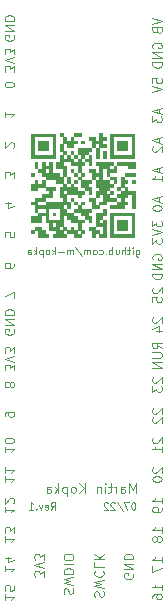
<source format=gbr>
%TF.GenerationSoftware,KiCad,Pcbnew,(6.0.1-0)*%
%TF.CreationDate,2023-04-29T18:30:50+02:00*%
%TF.ProjectId,archimedes,61726368-696d-4656-9465-732e6b696361,rev?*%
%TF.SameCoordinates,Original*%
%TF.FileFunction,Legend,Bot*%
%TF.FilePolarity,Positive*%
%FSLAX46Y46*%
G04 Gerber Fmt 4.6, Leading zero omitted, Abs format (unit mm)*
G04 Created by KiCad (PCBNEW (6.0.1-0)) date 2023-04-29 18:30:50*
%MOMM*%
%LPD*%
G01*
G04 APERTURE LIST*
%ADD10C,0.100000*%
G04 APERTURE END LIST*
D10*
X151476190Y-119836428D02*
X151438095Y-119722142D01*
X151438095Y-119531666D01*
X151476190Y-119455476D01*
X151514285Y-119417380D01*
X151590476Y-119379285D01*
X151666666Y-119379285D01*
X151742857Y-119417380D01*
X151780952Y-119455476D01*
X151819047Y-119531666D01*
X151857142Y-119684047D01*
X151895238Y-119760238D01*
X151933333Y-119798333D01*
X152009523Y-119836428D01*
X152085714Y-119836428D01*
X152161904Y-119798333D01*
X152200000Y-119760238D01*
X152238095Y-119684047D01*
X152238095Y-119493571D01*
X152200000Y-119379285D01*
X152238095Y-119112619D02*
X151438095Y-118922142D01*
X152009523Y-118769761D01*
X151438095Y-118617380D01*
X152238095Y-118426904D01*
X151514285Y-117665000D02*
X151476190Y-117703095D01*
X151438095Y-117817380D01*
X151438095Y-117893571D01*
X151476190Y-118007857D01*
X151552380Y-118084047D01*
X151628571Y-118122142D01*
X151780952Y-118160238D01*
X151895238Y-118160238D01*
X152047619Y-118122142D01*
X152123809Y-118084047D01*
X152200000Y-118007857D01*
X152238095Y-117893571D01*
X152238095Y-117817380D01*
X152200000Y-117703095D01*
X152161904Y-117665000D01*
X151438095Y-116941190D02*
X151438095Y-117322142D01*
X152238095Y-117322142D01*
X151438095Y-116674523D02*
X152238095Y-116674523D01*
X151438095Y-116217380D02*
X151895238Y-116560238D01*
X152238095Y-116217380D02*
X151780952Y-116674523D01*
X144638095Y-84366666D02*
X144638095Y-83871428D01*
X144333333Y-84138095D01*
X144333333Y-84023809D01*
X144295238Y-83947619D01*
X144257142Y-83909523D01*
X144180952Y-83871428D01*
X143990476Y-83871428D01*
X143914285Y-83909523D01*
X143876190Y-83947619D01*
X143838095Y-84023809D01*
X143838095Y-84252380D01*
X143876190Y-84328571D01*
X143914285Y-84366666D01*
X156933333Y-78528571D02*
X156933333Y-78909523D01*
X157161904Y-78452380D02*
X156361904Y-78719047D01*
X157161904Y-78985714D01*
X156361904Y-79176190D02*
X156361904Y-79671428D01*
X156666666Y-79404761D01*
X156666666Y-79519047D01*
X156704761Y-79595238D01*
X156742857Y-79633333D01*
X156819047Y-79671428D01*
X157009523Y-79671428D01*
X157085714Y-79633333D01*
X157123809Y-79595238D01*
X157161904Y-79519047D01*
X157161904Y-79290476D01*
X157123809Y-79214285D01*
X157085714Y-79176190D01*
X144638095Y-91647619D02*
X144638095Y-91800000D01*
X144600000Y-91876190D01*
X144561904Y-91914285D01*
X144447619Y-91990476D01*
X144295238Y-92028571D01*
X143990476Y-92028571D01*
X143914285Y-91990476D01*
X143876190Y-91952380D01*
X143838095Y-91876190D01*
X143838095Y-91723809D01*
X143876190Y-91647619D01*
X143914285Y-91609523D01*
X143990476Y-91571428D01*
X144180952Y-91571428D01*
X144257142Y-91609523D01*
X144295238Y-91647619D01*
X144333333Y-91723809D01*
X144333333Y-91876190D01*
X144295238Y-91952380D01*
X144257142Y-91990476D01*
X144180952Y-92028571D01*
X143838095Y-109652380D02*
X143838095Y-110109523D01*
X143838095Y-109880952D02*
X144638095Y-109880952D01*
X144523809Y-109957142D01*
X144447619Y-110033333D01*
X144409523Y-110109523D01*
X143838095Y-108890476D02*
X143838095Y-109347619D01*
X143838095Y-109119047D02*
X144638095Y-109119047D01*
X144523809Y-109195238D01*
X144447619Y-109271428D01*
X144409523Y-109347619D01*
X144638095Y-94566666D02*
X144638095Y-94033333D01*
X143838095Y-94376190D01*
X144295238Y-101976190D02*
X144333333Y-102052380D01*
X144371428Y-102090476D01*
X144447619Y-102128571D01*
X144485714Y-102128571D01*
X144561904Y-102090476D01*
X144600000Y-102052380D01*
X144638095Y-101976190D01*
X144638095Y-101823809D01*
X144600000Y-101747619D01*
X144561904Y-101709523D01*
X144485714Y-101671428D01*
X144447619Y-101671428D01*
X144371428Y-101709523D01*
X144333333Y-101747619D01*
X144295238Y-101823809D01*
X144295238Y-101976190D01*
X144257142Y-102052380D01*
X144219047Y-102090476D01*
X144142857Y-102128571D01*
X143990476Y-102128571D01*
X143914285Y-102090476D01*
X143876190Y-102052380D01*
X143838095Y-101976190D01*
X143838095Y-101823809D01*
X143876190Y-101747619D01*
X143914285Y-101709523D01*
X143990476Y-101671428D01*
X144142857Y-101671428D01*
X144219047Y-101709523D01*
X144257142Y-101747619D01*
X144295238Y-101823809D01*
X144638095Y-75390476D02*
X144638095Y-74895238D01*
X144333333Y-75161904D01*
X144333333Y-75047619D01*
X144295238Y-74971428D01*
X144257142Y-74933333D01*
X144180952Y-74895238D01*
X143990476Y-74895238D01*
X143914285Y-74933333D01*
X143876190Y-74971428D01*
X143838095Y-75047619D01*
X143838095Y-75276190D01*
X143876190Y-75352380D01*
X143914285Y-75390476D01*
X144638095Y-74666666D02*
X143838095Y-74400000D01*
X144638095Y-74133333D01*
X144638095Y-73942857D02*
X144638095Y-73447619D01*
X144333333Y-73714285D01*
X144333333Y-73600000D01*
X144295238Y-73523809D01*
X144257142Y-73485714D01*
X144180952Y-73447619D01*
X143990476Y-73447619D01*
X143914285Y-73485714D01*
X143876190Y-73523809D01*
X143838095Y-73600000D01*
X143838095Y-73828571D01*
X143876190Y-73904761D01*
X143914285Y-73942857D01*
X144600000Y-97209523D02*
X144638095Y-97285714D01*
X144638095Y-97400000D01*
X144600000Y-97514285D01*
X144523809Y-97590476D01*
X144447619Y-97628571D01*
X144295238Y-97666666D01*
X144180952Y-97666666D01*
X144028571Y-97628571D01*
X143952380Y-97590476D01*
X143876190Y-97514285D01*
X143838095Y-97400000D01*
X143838095Y-97323809D01*
X143876190Y-97209523D01*
X143914285Y-97171428D01*
X144180952Y-97171428D01*
X144180952Y-97323809D01*
X143838095Y-96828571D02*
X144638095Y-96828571D01*
X143838095Y-96371428D01*
X144638095Y-96371428D01*
X143838095Y-95990476D02*
X144638095Y-95990476D01*
X144638095Y-95800000D01*
X144600000Y-95685714D01*
X144523809Y-95609523D01*
X144447619Y-95571428D01*
X144295238Y-95533333D01*
X144180952Y-95533333D01*
X144028571Y-95571428D01*
X143952380Y-95609523D01*
X143876190Y-95685714D01*
X143838095Y-95800000D01*
X143838095Y-95990476D01*
X157161904Y-98809523D02*
X156780952Y-98542857D01*
X157161904Y-98352380D02*
X156361904Y-98352380D01*
X156361904Y-98657142D01*
X156400000Y-98733333D01*
X156438095Y-98771428D01*
X156514285Y-98809523D01*
X156628571Y-98809523D01*
X156704761Y-98771428D01*
X156742857Y-98733333D01*
X156780952Y-98657142D01*
X156780952Y-98352380D01*
X156361904Y-99152380D02*
X157009523Y-99152380D01*
X157085714Y-99190476D01*
X157123809Y-99228571D01*
X157161904Y-99304761D01*
X157161904Y-99457142D01*
X157123809Y-99533333D01*
X157085714Y-99571428D01*
X157009523Y-99609523D01*
X156361904Y-99609523D01*
X157161904Y-99990476D02*
X156361904Y-99990476D01*
X157161904Y-100447619D01*
X156361904Y-100447619D01*
X157161904Y-116947619D02*
X157161904Y-116490476D01*
X157161904Y-116719047D02*
X156361904Y-116719047D01*
X156476190Y-116642857D01*
X156552380Y-116566666D01*
X156590476Y-116490476D01*
X156361904Y-117214285D02*
X156361904Y-117747619D01*
X157161904Y-117404761D01*
X156400000Y-73390476D02*
X156361904Y-73314285D01*
X156361904Y-73200000D01*
X156400000Y-73085714D01*
X156476190Y-73009523D01*
X156552380Y-72971428D01*
X156704761Y-72933333D01*
X156819047Y-72933333D01*
X156971428Y-72971428D01*
X157047619Y-73009523D01*
X157123809Y-73085714D01*
X157161904Y-73200000D01*
X157161904Y-73276190D01*
X157123809Y-73390476D01*
X157085714Y-73428571D01*
X156819047Y-73428571D01*
X156819047Y-73276190D01*
X157161904Y-73771428D02*
X156361904Y-73771428D01*
X157161904Y-74228571D01*
X156361904Y-74228571D01*
X157161904Y-74609523D02*
X156361904Y-74609523D01*
X156361904Y-74800000D01*
X156400000Y-74914285D01*
X156476190Y-74990476D01*
X156552380Y-75028571D01*
X156704761Y-75066666D01*
X156819047Y-75066666D01*
X156971428Y-75028571D01*
X157047619Y-74990476D01*
X157123809Y-74914285D01*
X157161904Y-74800000D01*
X157161904Y-74609523D01*
X143838095Y-104552380D02*
X143838095Y-104400000D01*
X143876190Y-104323809D01*
X143914285Y-104285714D01*
X144028571Y-104209523D01*
X144180952Y-104171428D01*
X144485714Y-104171428D01*
X144561904Y-104209523D01*
X144600000Y-104247619D01*
X144638095Y-104323809D01*
X144638095Y-104476190D01*
X144600000Y-104552380D01*
X144561904Y-104590476D01*
X144485714Y-104628571D01*
X144295238Y-104628571D01*
X144219047Y-104590476D01*
X144180952Y-104552380D01*
X144142857Y-104476190D01*
X144142857Y-104323809D01*
X144180952Y-104247619D01*
X144219047Y-104209523D01*
X144295238Y-104171428D01*
X143838095Y-107152380D02*
X143838095Y-107609523D01*
X143838095Y-107380952D02*
X144638095Y-107380952D01*
X144523809Y-107457142D01*
X144447619Y-107533333D01*
X144409523Y-107609523D01*
X144638095Y-106657142D02*
X144638095Y-106580952D01*
X144600000Y-106504761D01*
X144561904Y-106466666D01*
X144485714Y-106428571D01*
X144333333Y-106390476D01*
X144142857Y-106390476D01*
X143990476Y-106428571D01*
X143914285Y-106466666D01*
X143876190Y-106504761D01*
X143838095Y-106580952D01*
X143838095Y-106657142D01*
X143876190Y-106733333D01*
X143914285Y-106771428D01*
X143990476Y-106809523D01*
X144142857Y-106847619D01*
X144333333Y-106847619D01*
X144485714Y-106809523D01*
X144561904Y-106771428D01*
X144600000Y-106733333D01*
X144638095Y-106657142D01*
X148876190Y-119607857D02*
X148838095Y-119493571D01*
X148838095Y-119303095D01*
X148876190Y-119226904D01*
X148914285Y-119188809D01*
X148990476Y-119150714D01*
X149066666Y-119150714D01*
X149142857Y-119188809D01*
X149180952Y-119226904D01*
X149219047Y-119303095D01*
X149257142Y-119455476D01*
X149295238Y-119531666D01*
X149333333Y-119569761D01*
X149409523Y-119607857D01*
X149485714Y-119607857D01*
X149561904Y-119569761D01*
X149600000Y-119531666D01*
X149638095Y-119455476D01*
X149638095Y-119265000D01*
X149600000Y-119150714D01*
X149638095Y-118884047D02*
X148838095Y-118693571D01*
X149409523Y-118541190D01*
X148838095Y-118388809D01*
X149638095Y-118198333D01*
X148838095Y-117893571D02*
X149638095Y-117893571D01*
X149638095Y-117703095D01*
X149600000Y-117588809D01*
X149523809Y-117512619D01*
X149447619Y-117474523D01*
X149295238Y-117436428D01*
X149180952Y-117436428D01*
X149028571Y-117474523D01*
X148952380Y-117512619D01*
X148876190Y-117588809D01*
X148838095Y-117703095D01*
X148838095Y-117893571D01*
X148838095Y-117093571D02*
X149638095Y-117093571D01*
X149638095Y-116560238D02*
X149638095Y-116407857D01*
X149600000Y-116331666D01*
X149523809Y-116255476D01*
X149371428Y-116217380D01*
X149104761Y-116217380D01*
X148952380Y-116255476D01*
X148876190Y-116331666D01*
X148838095Y-116407857D01*
X148838095Y-116560238D01*
X148876190Y-116636428D01*
X148952380Y-116712619D01*
X149104761Y-116750714D01*
X149371428Y-116750714D01*
X149523809Y-116712619D01*
X149600000Y-116636428D01*
X149638095Y-116560238D01*
X156933333Y-86028571D02*
X156933333Y-86409523D01*
X157161904Y-85952380D02*
X156361904Y-86219047D01*
X157161904Y-86485714D01*
X156361904Y-86904761D02*
X156361904Y-86980952D01*
X156400000Y-87057142D01*
X156438095Y-87095238D01*
X156514285Y-87133333D01*
X156666666Y-87171428D01*
X156857142Y-87171428D01*
X157009523Y-87133333D01*
X157085714Y-87095238D01*
X157123809Y-87057142D01*
X157161904Y-86980952D01*
X157161904Y-86904761D01*
X157123809Y-86828571D01*
X157085714Y-86790476D01*
X157009523Y-86752380D01*
X156857142Y-86714285D01*
X156666666Y-86714285D01*
X156514285Y-86752380D01*
X156438095Y-86790476D01*
X156400000Y-86828571D01*
X156361904Y-86904761D01*
X156361904Y-76347619D02*
X156361904Y-75966666D01*
X156742857Y-75928571D01*
X156704761Y-75966666D01*
X156666666Y-76042857D01*
X156666666Y-76233333D01*
X156704761Y-76309523D01*
X156742857Y-76347619D01*
X156819047Y-76385714D01*
X157009523Y-76385714D01*
X157085714Y-76347619D01*
X157123809Y-76309523D01*
X157161904Y-76233333D01*
X157161904Y-76042857D01*
X157123809Y-75966666D01*
X157085714Y-75928571D01*
X156361904Y-76614285D02*
X157161904Y-76880952D01*
X156361904Y-77147619D01*
X144638095Y-89009523D02*
X144638095Y-89390476D01*
X144257142Y-89428571D01*
X144295238Y-89390476D01*
X144333333Y-89314285D01*
X144333333Y-89123809D01*
X144295238Y-89047619D01*
X144257142Y-89009523D01*
X144180952Y-88971428D01*
X143990476Y-88971428D01*
X143914285Y-89009523D01*
X143876190Y-89047619D01*
X143838095Y-89123809D01*
X143838095Y-89314285D01*
X143876190Y-89390476D01*
X143914285Y-89428571D01*
X154944523Y-111061904D02*
X154944523Y-110261904D01*
X154677857Y-110833333D01*
X154411190Y-110261904D01*
X154411190Y-111061904D01*
X153687380Y-111061904D02*
X153687380Y-110642857D01*
X153725476Y-110566666D01*
X153801666Y-110528571D01*
X153954047Y-110528571D01*
X154030238Y-110566666D01*
X153687380Y-111023809D02*
X153763571Y-111061904D01*
X153954047Y-111061904D01*
X154030238Y-111023809D01*
X154068333Y-110947619D01*
X154068333Y-110871428D01*
X154030238Y-110795238D01*
X153954047Y-110757142D01*
X153763571Y-110757142D01*
X153687380Y-110719047D01*
X153306428Y-111061904D02*
X153306428Y-110528571D01*
X153306428Y-110680952D02*
X153268333Y-110604761D01*
X153230238Y-110566666D01*
X153154047Y-110528571D01*
X153077857Y-110528571D01*
X152925476Y-110528571D02*
X152620714Y-110528571D01*
X152811190Y-110261904D02*
X152811190Y-110947619D01*
X152773095Y-111023809D01*
X152696904Y-111061904D01*
X152620714Y-111061904D01*
X152354047Y-111061904D02*
X152354047Y-110528571D01*
X152354047Y-110261904D02*
X152392142Y-110300000D01*
X152354047Y-110338095D01*
X152315952Y-110300000D01*
X152354047Y-110261904D01*
X152354047Y-110338095D01*
X151973095Y-110528571D02*
X151973095Y-111061904D01*
X151973095Y-110604761D02*
X151935000Y-110566666D01*
X151858809Y-110528571D01*
X151744523Y-110528571D01*
X151668333Y-110566666D01*
X151630238Y-110642857D01*
X151630238Y-111061904D01*
X150639761Y-111061904D02*
X150639761Y-110261904D01*
X150182619Y-111061904D02*
X150525476Y-110604761D01*
X150182619Y-110261904D02*
X150639761Y-110719047D01*
X149725476Y-111061904D02*
X149801666Y-111023809D01*
X149839761Y-110985714D01*
X149877857Y-110909523D01*
X149877857Y-110680952D01*
X149839761Y-110604761D01*
X149801666Y-110566666D01*
X149725476Y-110528571D01*
X149611190Y-110528571D01*
X149535000Y-110566666D01*
X149496904Y-110604761D01*
X149458809Y-110680952D01*
X149458809Y-110909523D01*
X149496904Y-110985714D01*
X149535000Y-111023809D01*
X149611190Y-111061904D01*
X149725476Y-111061904D01*
X149115952Y-110528571D02*
X149115952Y-111328571D01*
X149115952Y-110566666D02*
X149039761Y-110528571D01*
X148887380Y-110528571D01*
X148811190Y-110566666D01*
X148773095Y-110604761D01*
X148735000Y-110680952D01*
X148735000Y-110909523D01*
X148773095Y-110985714D01*
X148811190Y-111023809D01*
X148887380Y-111061904D01*
X149039761Y-111061904D01*
X149115952Y-111023809D01*
X148392142Y-111061904D02*
X148392142Y-110261904D01*
X148315952Y-110757142D02*
X148087380Y-111061904D01*
X148087380Y-110528571D02*
X148392142Y-110833333D01*
X147401666Y-111061904D02*
X147401666Y-110642857D01*
X147439761Y-110566666D01*
X147515952Y-110528571D01*
X147668333Y-110528571D01*
X147744523Y-110566666D01*
X147401666Y-111023809D02*
X147477857Y-111061904D01*
X147668333Y-111061904D01*
X147744523Y-111023809D01*
X147782619Y-110947619D01*
X147782619Y-110871428D01*
X147744523Y-110795238D01*
X147668333Y-110757142D01*
X147477857Y-110757142D01*
X147401666Y-110719047D01*
X156438095Y-103890476D02*
X156400000Y-103928571D01*
X156361904Y-104004761D01*
X156361904Y-104195238D01*
X156400000Y-104271428D01*
X156438095Y-104309523D01*
X156514285Y-104347619D01*
X156590476Y-104347619D01*
X156704761Y-104309523D01*
X157161904Y-103852380D01*
X157161904Y-104347619D01*
X156438095Y-104652380D02*
X156400000Y-104690476D01*
X156361904Y-104766666D01*
X156361904Y-104957142D01*
X156400000Y-105033333D01*
X156438095Y-105071428D01*
X156514285Y-105109523D01*
X156590476Y-105109523D01*
X156704761Y-105071428D01*
X157161904Y-104614285D01*
X157161904Y-105109523D01*
X156438095Y-93690476D02*
X156400000Y-93728571D01*
X156361904Y-93804761D01*
X156361904Y-93995238D01*
X156400000Y-94071428D01*
X156438095Y-94109523D01*
X156514285Y-94147619D01*
X156590476Y-94147619D01*
X156704761Y-94109523D01*
X157161904Y-93652380D01*
X157161904Y-94147619D01*
X156361904Y-94871428D02*
X156361904Y-94490476D01*
X156742857Y-94452380D01*
X156704761Y-94490476D01*
X156666666Y-94566666D01*
X156666666Y-94757142D01*
X156704761Y-94833333D01*
X156742857Y-94871428D01*
X156819047Y-94909523D01*
X157009523Y-94909523D01*
X157085714Y-94871428D01*
X157123809Y-94833333D01*
X157161904Y-94757142D01*
X157161904Y-94566666D01*
X157123809Y-94490476D01*
X157085714Y-94452380D01*
X156933333Y-83528571D02*
X156933333Y-83909523D01*
X157161904Y-83452380D02*
X156361904Y-83719047D01*
X157161904Y-83985714D01*
X157161904Y-84671428D02*
X157161904Y-84214285D01*
X157161904Y-84442857D02*
X156361904Y-84442857D01*
X156476190Y-84366666D01*
X156552380Y-84290476D01*
X156590476Y-84214285D01*
X156438095Y-106390476D02*
X156400000Y-106428571D01*
X156361904Y-106504761D01*
X156361904Y-106695238D01*
X156400000Y-106771428D01*
X156438095Y-106809523D01*
X156514285Y-106847619D01*
X156590476Y-106847619D01*
X156704761Y-106809523D01*
X157161904Y-106352380D01*
X157161904Y-106847619D01*
X157161904Y-107609523D02*
X157161904Y-107152380D01*
X157161904Y-107380952D02*
X156361904Y-107380952D01*
X156476190Y-107304761D01*
X156552380Y-107228571D01*
X156590476Y-107152380D01*
X156438095Y-96190476D02*
X156400000Y-96228571D01*
X156361904Y-96304761D01*
X156361904Y-96495238D01*
X156400000Y-96571428D01*
X156438095Y-96609523D01*
X156514285Y-96647619D01*
X156590476Y-96647619D01*
X156704761Y-96609523D01*
X157161904Y-96152380D01*
X157161904Y-96647619D01*
X156628571Y-97333333D02*
X157161904Y-97333333D01*
X156323809Y-97142857D02*
X156895238Y-96952380D01*
X156895238Y-97447619D01*
X156438095Y-108890476D02*
X156400000Y-108928571D01*
X156361904Y-109004761D01*
X156361904Y-109195238D01*
X156400000Y-109271428D01*
X156438095Y-109309523D01*
X156514285Y-109347619D01*
X156590476Y-109347619D01*
X156704761Y-109309523D01*
X157161904Y-108852380D01*
X157161904Y-109347619D01*
X156361904Y-109842857D02*
X156361904Y-109919047D01*
X156400000Y-109995238D01*
X156438095Y-110033333D01*
X156514285Y-110071428D01*
X156666666Y-110109523D01*
X156857142Y-110109523D01*
X157009523Y-110071428D01*
X157085714Y-110033333D01*
X157123809Y-109995238D01*
X157161904Y-109919047D01*
X157161904Y-109842857D01*
X157123809Y-109766666D01*
X157085714Y-109728571D01*
X157009523Y-109690476D01*
X156857142Y-109652380D01*
X156666666Y-109652380D01*
X156514285Y-109690476D01*
X156438095Y-109728571D01*
X156400000Y-109766666D01*
X156361904Y-109842857D01*
X144371428Y-86547619D02*
X143838095Y-86547619D01*
X144676190Y-86738095D02*
X144104761Y-86928571D01*
X144104761Y-86433333D01*
X154957142Y-90471428D02*
X154957142Y-90957142D01*
X154985714Y-91014285D01*
X155014285Y-91042857D01*
X155071428Y-91071428D01*
X155157142Y-91071428D01*
X155214285Y-91042857D01*
X154957142Y-90842857D02*
X155014285Y-90871428D01*
X155128571Y-90871428D01*
X155185714Y-90842857D01*
X155214285Y-90814285D01*
X155242857Y-90757142D01*
X155242857Y-90585714D01*
X155214285Y-90528571D01*
X155185714Y-90500000D01*
X155128571Y-90471428D01*
X155014285Y-90471428D01*
X154957142Y-90500000D01*
X154671428Y-90871428D02*
X154671428Y-90471428D01*
X154671428Y-90271428D02*
X154700000Y-90300000D01*
X154671428Y-90328571D01*
X154642857Y-90300000D01*
X154671428Y-90271428D01*
X154671428Y-90328571D01*
X154471428Y-90471428D02*
X154242857Y-90471428D01*
X154385714Y-90271428D02*
X154385714Y-90785714D01*
X154357142Y-90842857D01*
X154300000Y-90871428D01*
X154242857Y-90871428D01*
X154042857Y-90871428D02*
X154042857Y-90271428D01*
X153785714Y-90871428D02*
X153785714Y-90557142D01*
X153814285Y-90500000D01*
X153871428Y-90471428D01*
X153957142Y-90471428D01*
X154014285Y-90500000D01*
X154042857Y-90528571D01*
X153242857Y-90471428D02*
X153242857Y-90871428D01*
X153500000Y-90471428D02*
X153500000Y-90785714D01*
X153471428Y-90842857D01*
X153414285Y-90871428D01*
X153328571Y-90871428D01*
X153271428Y-90842857D01*
X153242857Y-90814285D01*
X152957142Y-90871428D02*
X152957142Y-90271428D01*
X152957142Y-90500000D02*
X152900000Y-90471428D01*
X152785714Y-90471428D01*
X152728571Y-90500000D01*
X152700000Y-90528571D01*
X152671428Y-90585714D01*
X152671428Y-90757142D01*
X152700000Y-90814285D01*
X152728571Y-90842857D01*
X152785714Y-90871428D01*
X152900000Y-90871428D01*
X152957142Y-90842857D01*
X152414285Y-90814285D02*
X152385714Y-90842857D01*
X152414285Y-90871428D01*
X152442857Y-90842857D01*
X152414285Y-90814285D01*
X152414285Y-90871428D01*
X151871428Y-90842857D02*
X151928571Y-90871428D01*
X152042857Y-90871428D01*
X152100000Y-90842857D01*
X152128571Y-90814285D01*
X152157142Y-90757142D01*
X152157142Y-90585714D01*
X152128571Y-90528571D01*
X152100000Y-90500000D01*
X152042857Y-90471428D01*
X151928571Y-90471428D01*
X151871428Y-90500000D01*
X151528571Y-90871428D02*
X151585714Y-90842857D01*
X151614285Y-90814285D01*
X151642857Y-90757142D01*
X151642857Y-90585714D01*
X151614285Y-90528571D01*
X151585714Y-90500000D01*
X151528571Y-90471428D01*
X151442857Y-90471428D01*
X151385714Y-90500000D01*
X151357142Y-90528571D01*
X151328571Y-90585714D01*
X151328571Y-90757142D01*
X151357142Y-90814285D01*
X151385714Y-90842857D01*
X151442857Y-90871428D01*
X151528571Y-90871428D01*
X151071428Y-90871428D02*
X151071428Y-90471428D01*
X151071428Y-90528571D02*
X151042857Y-90500000D01*
X150985714Y-90471428D01*
X150900000Y-90471428D01*
X150842857Y-90500000D01*
X150814285Y-90557142D01*
X150814285Y-90871428D01*
X150814285Y-90557142D02*
X150785714Y-90500000D01*
X150728571Y-90471428D01*
X150642857Y-90471428D01*
X150585714Y-90500000D01*
X150557142Y-90557142D01*
X150557142Y-90871428D01*
X149842857Y-90242857D02*
X150357142Y-91014285D01*
X149642857Y-90871428D02*
X149642857Y-90471428D01*
X149642857Y-90528571D02*
X149614285Y-90500000D01*
X149557142Y-90471428D01*
X149471428Y-90471428D01*
X149414285Y-90500000D01*
X149385714Y-90557142D01*
X149385714Y-90871428D01*
X149385714Y-90557142D02*
X149357142Y-90500000D01*
X149300000Y-90471428D01*
X149214285Y-90471428D01*
X149157142Y-90500000D01*
X149128571Y-90557142D01*
X149128571Y-90871428D01*
X148842857Y-90642857D02*
X148385714Y-90642857D01*
X148100000Y-90871428D02*
X148100000Y-90271428D01*
X148042857Y-90642857D02*
X147871428Y-90871428D01*
X147871428Y-90471428D02*
X148100000Y-90700000D01*
X147528571Y-90871428D02*
X147585714Y-90842857D01*
X147614285Y-90814285D01*
X147642857Y-90757142D01*
X147642857Y-90585714D01*
X147614285Y-90528571D01*
X147585714Y-90500000D01*
X147528571Y-90471428D01*
X147442857Y-90471428D01*
X147385714Y-90500000D01*
X147357142Y-90528571D01*
X147328571Y-90585714D01*
X147328571Y-90757142D01*
X147357142Y-90814285D01*
X147385714Y-90842857D01*
X147442857Y-90871428D01*
X147528571Y-90871428D01*
X147071428Y-90471428D02*
X147071428Y-91071428D01*
X147071428Y-90500000D02*
X147014285Y-90471428D01*
X146900000Y-90471428D01*
X146842857Y-90500000D01*
X146814285Y-90528571D01*
X146785714Y-90585714D01*
X146785714Y-90757142D01*
X146814285Y-90814285D01*
X146842857Y-90842857D01*
X146900000Y-90871428D01*
X147014285Y-90871428D01*
X147071428Y-90842857D01*
X146528571Y-90871428D02*
X146528571Y-90271428D01*
X146471428Y-90642857D02*
X146300000Y-90871428D01*
X146300000Y-90471428D02*
X146528571Y-90700000D01*
X145785714Y-90871428D02*
X145785714Y-90557142D01*
X145814285Y-90500000D01*
X145871428Y-90471428D01*
X145985714Y-90471428D01*
X146042857Y-90500000D01*
X145785714Y-90842857D02*
X145842857Y-90871428D01*
X145985714Y-90871428D01*
X146042857Y-90842857D01*
X146071428Y-90785714D01*
X146071428Y-90728571D01*
X146042857Y-90671428D01*
X145985714Y-90642857D01*
X145842857Y-90642857D01*
X145785714Y-90614285D01*
X143838095Y-117252380D02*
X143838095Y-117709523D01*
X143838095Y-117480952D02*
X144638095Y-117480952D01*
X144523809Y-117557142D01*
X144447619Y-117633333D01*
X144409523Y-117709523D01*
X144371428Y-116566666D02*
X143838095Y-116566666D01*
X144676190Y-116757142D02*
X144104761Y-116947619D01*
X144104761Y-116452380D01*
X156361904Y-70833333D02*
X157161904Y-71100000D01*
X156361904Y-71366666D01*
X156742857Y-71900000D02*
X156780952Y-72014285D01*
X156819047Y-72052380D01*
X156895238Y-72090476D01*
X157009523Y-72090476D01*
X157085714Y-72052380D01*
X157123809Y-72014285D01*
X157161904Y-71938095D01*
X157161904Y-71633333D01*
X156361904Y-71633333D01*
X156361904Y-71900000D01*
X156400000Y-71976190D01*
X156438095Y-72014285D01*
X156514285Y-72052380D01*
X156590476Y-72052380D01*
X156666666Y-72014285D01*
X156704761Y-71976190D01*
X156742857Y-71900000D01*
X156742857Y-71633333D01*
X147138095Y-118160238D02*
X147138095Y-117665000D01*
X146833333Y-117931666D01*
X146833333Y-117817380D01*
X146795238Y-117741190D01*
X146757142Y-117703095D01*
X146680952Y-117665000D01*
X146490476Y-117665000D01*
X146414285Y-117703095D01*
X146376190Y-117741190D01*
X146338095Y-117817380D01*
X146338095Y-118045952D01*
X146376190Y-118122142D01*
X146414285Y-118160238D01*
X147138095Y-117436428D02*
X146338095Y-117169761D01*
X147138095Y-116903095D01*
X147138095Y-116712619D02*
X147138095Y-116217380D01*
X146833333Y-116484047D01*
X146833333Y-116369761D01*
X146795238Y-116293571D01*
X146757142Y-116255476D01*
X146680952Y-116217380D01*
X146490476Y-116217380D01*
X146414285Y-116255476D01*
X146376190Y-116293571D01*
X146338095Y-116369761D01*
X146338095Y-116598333D01*
X146376190Y-116674523D01*
X146414285Y-116712619D01*
X154777857Y-111871428D02*
X154720714Y-111871428D01*
X154663571Y-111900000D01*
X154635000Y-111928571D01*
X154606428Y-111985714D01*
X154577857Y-112100000D01*
X154577857Y-112242857D01*
X154606428Y-112357142D01*
X154635000Y-112414285D01*
X154663571Y-112442857D01*
X154720714Y-112471428D01*
X154777857Y-112471428D01*
X154835000Y-112442857D01*
X154863571Y-112414285D01*
X154892142Y-112357142D01*
X154920714Y-112242857D01*
X154920714Y-112100000D01*
X154892142Y-111985714D01*
X154863571Y-111928571D01*
X154835000Y-111900000D01*
X154777857Y-111871428D01*
X154377857Y-111871428D02*
X153977857Y-111871428D01*
X154235000Y-112471428D01*
X153320714Y-111842857D02*
X153835000Y-112614285D01*
X153149285Y-111928571D02*
X153120714Y-111900000D01*
X153063571Y-111871428D01*
X152920714Y-111871428D01*
X152863571Y-111900000D01*
X152835000Y-111928571D01*
X152806428Y-111985714D01*
X152806428Y-112042857D01*
X152835000Y-112128571D01*
X153177857Y-112471428D01*
X152806428Y-112471428D01*
X152577857Y-111928571D02*
X152549285Y-111900000D01*
X152492142Y-111871428D01*
X152349285Y-111871428D01*
X152292142Y-111900000D01*
X152263571Y-111928571D01*
X152235000Y-111985714D01*
X152235000Y-112042857D01*
X152263571Y-112128571D01*
X152606428Y-112471428D01*
X152235000Y-112471428D01*
X143838095Y-112252380D02*
X143838095Y-112709523D01*
X143838095Y-112480952D02*
X144638095Y-112480952D01*
X144523809Y-112557142D01*
X144447619Y-112633333D01*
X144409523Y-112709523D01*
X144561904Y-111947619D02*
X144600000Y-111909523D01*
X144638095Y-111833333D01*
X144638095Y-111642857D01*
X144600000Y-111566666D01*
X144561904Y-111528571D01*
X144485714Y-111490476D01*
X144409523Y-111490476D01*
X144295238Y-111528571D01*
X143838095Y-111985714D01*
X143838095Y-111490476D01*
X156438095Y-101290476D02*
X156400000Y-101328571D01*
X156361904Y-101404761D01*
X156361904Y-101595238D01*
X156400000Y-101671428D01*
X156438095Y-101709523D01*
X156514285Y-101747619D01*
X156590476Y-101747619D01*
X156704761Y-101709523D01*
X157161904Y-101252380D01*
X157161904Y-101747619D01*
X156361904Y-102014285D02*
X156361904Y-102509523D01*
X156666666Y-102242857D01*
X156666666Y-102357142D01*
X156704761Y-102433333D01*
X156742857Y-102471428D01*
X156819047Y-102509523D01*
X157009523Y-102509523D01*
X157085714Y-102471428D01*
X157123809Y-102433333D01*
X157161904Y-102357142D01*
X157161904Y-102128571D01*
X157123809Y-102052380D01*
X157085714Y-102014285D01*
X144638095Y-100690476D02*
X144638095Y-100195238D01*
X144333333Y-100461904D01*
X144333333Y-100347619D01*
X144295238Y-100271428D01*
X144257142Y-100233333D01*
X144180952Y-100195238D01*
X143990476Y-100195238D01*
X143914285Y-100233333D01*
X143876190Y-100271428D01*
X143838095Y-100347619D01*
X143838095Y-100576190D01*
X143876190Y-100652380D01*
X143914285Y-100690476D01*
X144638095Y-99966666D02*
X143838095Y-99700000D01*
X144638095Y-99433333D01*
X144638095Y-99242857D02*
X144638095Y-98747619D01*
X144333333Y-99014285D01*
X144333333Y-98900000D01*
X144295238Y-98823809D01*
X144257142Y-98785714D01*
X144180952Y-98747619D01*
X143990476Y-98747619D01*
X143914285Y-98785714D01*
X143876190Y-98823809D01*
X143838095Y-98900000D01*
X143838095Y-99128571D01*
X143876190Y-99204761D01*
X143914285Y-99242857D01*
X157161904Y-119297619D02*
X157161904Y-118840476D01*
X157161904Y-119069047D02*
X156361904Y-119069047D01*
X156476190Y-118992857D01*
X156552380Y-118916666D01*
X156590476Y-118840476D01*
X156361904Y-119983333D02*
X156361904Y-119830952D01*
X156400000Y-119754761D01*
X156438095Y-119716666D01*
X156552380Y-119640476D01*
X156704761Y-119602380D01*
X157009523Y-119602380D01*
X157085714Y-119640476D01*
X157123809Y-119678571D01*
X157161904Y-119754761D01*
X157161904Y-119907142D01*
X157123809Y-119983333D01*
X157085714Y-120021428D01*
X157009523Y-120059523D01*
X156819047Y-120059523D01*
X156742857Y-120021428D01*
X156704761Y-119983333D01*
X156666666Y-119907142D01*
X156666666Y-119754761D01*
X156704761Y-119678571D01*
X156742857Y-119640476D01*
X156819047Y-119602380D01*
X157161904Y-114447619D02*
X157161904Y-113990476D01*
X157161904Y-114219047D02*
X156361904Y-114219047D01*
X156476190Y-114142857D01*
X156552380Y-114066666D01*
X156590476Y-113990476D01*
X156704761Y-114904761D02*
X156666666Y-114828571D01*
X156628571Y-114790476D01*
X156552380Y-114752380D01*
X156514285Y-114752380D01*
X156438095Y-114790476D01*
X156400000Y-114828571D01*
X156361904Y-114904761D01*
X156361904Y-115057142D01*
X156400000Y-115133333D01*
X156438095Y-115171428D01*
X156514285Y-115209523D01*
X156552380Y-115209523D01*
X156628571Y-115171428D01*
X156666666Y-115133333D01*
X156704761Y-115057142D01*
X156704761Y-114904761D01*
X156742857Y-114828571D01*
X156780952Y-114790476D01*
X156857142Y-114752380D01*
X157009523Y-114752380D01*
X157085714Y-114790476D01*
X157123809Y-114828571D01*
X157161904Y-114904761D01*
X157161904Y-115057142D01*
X157123809Y-115133333D01*
X157085714Y-115171428D01*
X157009523Y-115209523D01*
X156857142Y-115209523D01*
X156780952Y-115171428D01*
X156742857Y-115133333D01*
X156704761Y-115057142D01*
X143838095Y-114752380D02*
X143838095Y-115209523D01*
X143838095Y-114980952D02*
X144638095Y-114980952D01*
X144523809Y-115057142D01*
X144447619Y-115133333D01*
X144409523Y-115209523D01*
X144638095Y-114485714D02*
X144638095Y-113990476D01*
X144333333Y-114257142D01*
X144333333Y-114142857D01*
X144295238Y-114066666D01*
X144257142Y-114028571D01*
X144180952Y-113990476D01*
X143990476Y-113990476D01*
X143914285Y-114028571D01*
X143876190Y-114066666D01*
X143838095Y-114142857D01*
X143838095Y-114371428D01*
X143876190Y-114447619D01*
X143914285Y-114485714D01*
X156400000Y-91290476D02*
X156361904Y-91214285D01*
X156361904Y-91100000D01*
X156400000Y-90985714D01*
X156476190Y-90909523D01*
X156552380Y-90871428D01*
X156704761Y-90833333D01*
X156819047Y-90833333D01*
X156971428Y-90871428D01*
X157047619Y-90909523D01*
X157123809Y-90985714D01*
X157161904Y-91100000D01*
X157161904Y-91176190D01*
X157123809Y-91290476D01*
X157085714Y-91328571D01*
X156819047Y-91328571D01*
X156819047Y-91176190D01*
X157161904Y-91671428D02*
X156361904Y-91671428D01*
X157161904Y-92128571D01*
X156361904Y-92128571D01*
X157161904Y-92509523D02*
X156361904Y-92509523D01*
X156361904Y-92700000D01*
X156400000Y-92814285D01*
X156476190Y-92890476D01*
X156552380Y-92928571D01*
X156704761Y-92966666D01*
X156819047Y-92966666D01*
X156971428Y-92928571D01*
X157047619Y-92890476D01*
X157123809Y-92814285D01*
X157161904Y-92700000D01*
X157161904Y-92509523D01*
X144638095Y-76538095D02*
X144638095Y-76461904D01*
X144600000Y-76385714D01*
X144561904Y-76347619D01*
X144485714Y-76309523D01*
X144333333Y-76271428D01*
X144142857Y-76271428D01*
X143990476Y-76309523D01*
X143914285Y-76347619D01*
X143876190Y-76385714D01*
X143838095Y-76461904D01*
X143838095Y-76538095D01*
X143876190Y-76614285D01*
X143914285Y-76652380D01*
X143990476Y-76690476D01*
X144142857Y-76728571D01*
X144333333Y-76728571D01*
X144485714Y-76690476D01*
X144561904Y-76652380D01*
X144600000Y-76614285D01*
X144638095Y-76538095D01*
X144561904Y-81828571D02*
X144600000Y-81790476D01*
X144638095Y-81714285D01*
X144638095Y-81523809D01*
X144600000Y-81447619D01*
X144561904Y-81409523D01*
X144485714Y-81371428D01*
X144409523Y-81371428D01*
X144295238Y-81409523D01*
X143838095Y-81866666D01*
X143838095Y-81371428D01*
X156361904Y-88009523D02*
X156361904Y-88504761D01*
X156666666Y-88238095D01*
X156666666Y-88352380D01*
X156704761Y-88428571D01*
X156742857Y-88466666D01*
X156819047Y-88504761D01*
X157009523Y-88504761D01*
X157085714Y-88466666D01*
X157123809Y-88428571D01*
X157161904Y-88352380D01*
X157161904Y-88123809D01*
X157123809Y-88047619D01*
X157085714Y-88009523D01*
X156361904Y-88733333D02*
X157161904Y-89000000D01*
X156361904Y-89266666D01*
X156361904Y-89457142D02*
X156361904Y-89952380D01*
X156666666Y-89685714D01*
X156666666Y-89800000D01*
X156704761Y-89876190D01*
X156742857Y-89914285D01*
X156819047Y-89952380D01*
X157009523Y-89952380D01*
X157085714Y-89914285D01*
X157123809Y-89876190D01*
X157161904Y-89800000D01*
X157161904Y-89571428D01*
X157123809Y-89495238D01*
X157085714Y-89457142D01*
X147757857Y-112471428D02*
X147957857Y-112185714D01*
X148100714Y-112471428D02*
X148100714Y-111871428D01*
X147872142Y-111871428D01*
X147815000Y-111900000D01*
X147786428Y-111928571D01*
X147757857Y-111985714D01*
X147757857Y-112071428D01*
X147786428Y-112128571D01*
X147815000Y-112157142D01*
X147872142Y-112185714D01*
X148100714Y-112185714D01*
X147272142Y-112442857D02*
X147329285Y-112471428D01*
X147443571Y-112471428D01*
X147500714Y-112442857D01*
X147529285Y-112385714D01*
X147529285Y-112157142D01*
X147500714Y-112100000D01*
X147443571Y-112071428D01*
X147329285Y-112071428D01*
X147272142Y-112100000D01*
X147243571Y-112157142D01*
X147243571Y-112214285D01*
X147529285Y-112271428D01*
X147043571Y-112071428D02*
X146900714Y-112471428D01*
X146757857Y-112071428D01*
X146529285Y-112414285D02*
X146500714Y-112442857D01*
X146529285Y-112471428D01*
X146557857Y-112442857D01*
X146529285Y-112414285D01*
X146529285Y-112471428D01*
X145929285Y-112471428D02*
X146272142Y-112471428D01*
X146100714Y-112471428D02*
X146100714Y-111871428D01*
X146157857Y-111957142D01*
X146215000Y-112014285D01*
X146272142Y-112042857D01*
X143838095Y-119652380D02*
X143838095Y-120109523D01*
X143838095Y-119880952D02*
X144638095Y-119880952D01*
X144523809Y-119957142D01*
X144447619Y-120033333D01*
X144409523Y-120109523D01*
X144638095Y-118928571D02*
X144638095Y-119309523D01*
X144257142Y-119347619D01*
X144295238Y-119309523D01*
X144333333Y-119233333D01*
X144333333Y-119042857D01*
X144295238Y-118966666D01*
X144257142Y-118928571D01*
X144180952Y-118890476D01*
X143990476Y-118890476D01*
X143914285Y-118928571D01*
X143876190Y-118966666D01*
X143838095Y-119042857D01*
X143838095Y-119233333D01*
X143876190Y-119309523D01*
X143914285Y-119347619D01*
X156933333Y-81028571D02*
X156933333Y-81409523D01*
X157161904Y-80952380D02*
X156361904Y-81219047D01*
X157161904Y-81485714D01*
X156438095Y-81714285D02*
X156400000Y-81752380D01*
X156361904Y-81828571D01*
X156361904Y-82019047D01*
X156400000Y-82095238D01*
X156438095Y-82133333D01*
X156514285Y-82171428D01*
X156590476Y-82171428D01*
X156704761Y-82133333D01*
X157161904Y-81676190D01*
X157161904Y-82171428D01*
X157161904Y-111947619D02*
X157161904Y-111490476D01*
X157161904Y-111719047D02*
X156361904Y-111719047D01*
X156476190Y-111642857D01*
X156552380Y-111566666D01*
X156590476Y-111490476D01*
X157161904Y-112328571D02*
X157161904Y-112480952D01*
X157123809Y-112557142D01*
X157085714Y-112595238D01*
X156971428Y-112671428D01*
X156819047Y-112709523D01*
X156514285Y-112709523D01*
X156438095Y-112671428D01*
X156400000Y-112633333D01*
X156361904Y-112557142D01*
X156361904Y-112404761D01*
X156400000Y-112328571D01*
X156438095Y-112290476D01*
X156514285Y-112252380D01*
X156704761Y-112252380D01*
X156780952Y-112290476D01*
X156819047Y-112328571D01*
X156857142Y-112404761D01*
X156857142Y-112557142D01*
X156819047Y-112633333D01*
X156780952Y-112671428D01*
X156704761Y-112709523D01*
X154700000Y-117893571D02*
X154738095Y-117969761D01*
X154738095Y-118084047D01*
X154700000Y-118198333D01*
X154623809Y-118274523D01*
X154547619Y-118312619D01*
X154395238Y-118350714D01*
X154280952Y-118350714D01*
X154128571Y-118312619D01*
X154052380Y-118274523D01*
X153976190Y-118198333D01*
X153938095Y-118084047D01*
X153938095Y-118007857D01*
X153976190Y-117893571D01*
X154014285Y-117855476D01*
X154280952Y-117855476D01*
X154280952Y-118007857D01*
X153938095Y-117512619D02*
X154738095Y-117512619D01*
X153938095Y-117055476D01*
X154738095Y-117055476D01*
X153938095Y-116674523D02*
X154738095Y-116674523D01*
X154738095Y-116484047D01*
X154700000Y-116369761D01*
X154623809Y-116293571D01*
X154547619Y-116255476D01*
X154395238Y-116217380D01*
X154280952Y-116217380D01*
X154128571Y-116255476D01*
X154052380Y-116293571D01*
X153976190Y-116369761D01*
X153938095Y-116484047D01*
X153938095Y-116674523D01*
X144600000Y-72309523D02*
X144638095Y-72385714D01*
X144638095Y-72500000D01*
X144600000Y-72614285D01*
X144523809Y-72690476D01*
X144447619Y-72728571D01*
X144295238Y-72766666D01*
X144180952Y-72766666D01*
X144028571Y-72728571D01*
X143952380Y-72690476D01*
X143876190Y-72614285D01*
X143838095Y-72500000D01*
X143838095Y-72423809D01*
X143876190Y-72309523D01*
X143914285Y-72271428D01*
X144180952Y-72271428D01*
X144180952Y-72423809D01*
X143838095Y-71928571D02*
X144638095Y-71928571D01*
X143838095Y-71471428D01*
X144638095Y-71471428D01*
X143838095Y-71090476D02*
X144638095Y-71090476D01*
X144638095Y-70900000D01*
X144600000Y-70785714D01*
X144523809Y-70709523D01*
X144447619Y-70671428D01*
X144295238Y-70633333D01*
X144180952Y-70633333D01*
X144028571Y-70671428D01*
X143952380Y-70709523D01*
X143876190Y-70785714D01*
X143838095Y-70900000D01*
X143838095Y-71090476D01*
X143838095Y-78771428D02*
X143838095Y-79228571D01*
X143838095Y-79000000D02*
X144638095Y-79000000D01*
X144523809Y-79076190D01*
X144447619Y-79152380D01*
X144409523Y-79228571D01*
%TO.C,G\u002A\u002A\u002A*%
G36*
X151871672Y-89465822D02*
G01*
X151871672Y-89152984D01*
X151582899Y-89152984D01*
X151582899Y-89465822D01*
X151258029Y-89465822D01*
X151258029Y-88852179D01*
X150957224Y-88852179D01*
X150957224Y-88840147D01*
X151582899Y-88840147D01*
X151883705Y-88840147D01*
X151883705Y-89140952D01*
X152172478Y-89140952D01*
X152172478Y-88551374D01*
X151582899Y-88551374D01*
X151582899Y-88840147D01*
X150957224Y-88840147D01*
X150957224Y-88539341D01*
X151570867Y-88539341D01*
X151570867Y-88226504D01*
X151883705Y-88226504D01*
X152172478Y-88226504D01*
X152172478Y-87937731D01*
X151883705Y-87937731D01*
X151883705Y-88226504D01*
X151570867Y-88226504D01*
X151570867Y-87324088D01*
X152172478Y-87324088D01*
X152172478Y-87011250D01*
X152485315Y-87011250D01*
X152485315Y-87636925D01*
X152184510Y-87636925D01*
X152184510Y-87925699D01*
X152485315Y-87925699D01*
X152485315Y-89465822D01*
X151871672Y-89465822D01*
G37*
G36*
X150957224Y-83377522D02*
G01*
X150957224Y-83076717D01*
X150668451Y-83076717D01*
X150668451Y-83377522D01*
X150355614Y-83377522D01*
X150355614Y-83967101D01*
X150668451Y-83967101D01*
X150668451Y-84291971D01*
X150355614Y-84291971D01*
X150355614Y-84580744D01*
X151258029Y-84580744D01*
X151582899Y-84580744D01*
X151871672Y-84580744D01*
X152184510Y-84580744D01*
X152786120Y-84580744D01*
X152786120Y-84291971D01*
X152473283Y-84291971D01*
X152473283Y-83678328D01*
X152184510Y-83678328D01*
X152184510Y-84580744D01*
X151871672Y-84580744D01*
X151871672Y-84291971D01*
X151582899Y-84291971D01*
X151582899Y-84580744D01*
X151258029Y-84580744D01*
X151258029Y-83979133D01*
X150957224Y-83979133D01*
X150957224Y-83666295D01*
X151582899Y-83666295D01*
X151582899Y-83967101D01*
X151871672Y-83967101D01*
X151871672Y-83666295D01*
X152798153Y-83666295D01*
X153086926Y-83666295D01*
X153086926Y-83377522D01*
X152798153Y-83377522D01*
X152798153Y-83666295D01*
X151871672Y-83666295D01*
X151871672Y-83377522D01*
X151570867Y-83377522D01*
X151570867Y-83064685D01*
X153098958Y-83064685D01*
X153098958Y-83365490D01*
X153387731Y-83365490D01*
X153387731Y-83064685D01*
X154927854Y-83064685D01*
X154927854Y-83678328D01*
X154302179Y-83678328D01*
X154302179Y-83377522D01*
X153399763Y-83377522D01*
X153399763Y-83979133D01*
X152798153Y-83979133D01*
X152798153Y-84279938D01*
X153399763Y-84279938D01*
X153399763Y-84893581D01*
X153098958Y-84893581D01*
X153098958Y-85206419D01*
X152798153Y-85206419D01*
X152798153Y-85495192D01*
X153098958Y-85495192D01*
X153098958Y-85808029D01*
X152798153Y-85808029D01*
X152798153Y-86096802D01*
X153387731Y-86096802D01*
X153387731Y-85795997D01*
X153700569Y-85795997D01*
X153700569Y-85507224D01*
X153387731Y-85507224D01*
X153387731Y-85495192D01*
X153712601Y-85495192D01*
X154001374Y-85495192D01*
X154001374Y-85206419D01*
X153712601Y-85206419D01*
X153712601Y-85495192D01*
X153387731Y-85495192D01*
X153387731Y-85194386D01*
X153700569Y-85194386D01*
X153700569Y-84279938D01*
X154001374Y-84279938D01*
X154001374Y-83967101D01*
X154927854Y-83967101D01*
X154927854Y-84291971D01*
X154013406Y-84291971D01*
X154013406Y-84580744D01*
X154314211Y-84580744D01*
X154314211Y-84893581D01*
X154013406Y-84893581D01*
X154013406Y-85194386D01*
X154314211Y-85194386D01*
X154314211Y-85495192D01*
X154927854Y-85495192D01*
X154927854Y-87023283D01*
X154602984Y-87023283D01*
X154602984Y-85808029D01*
X154314211Y-85808029D01*
X154314211Y-86108835D01*
X154013406Y-86108835D01*
X154013406Y-86409640D01*
X154314211Y-86409640D01*
X154314211Y-86722477D01*
X154013406Y-86722477D01*
X154013406Y-87023283D01*
X152786120Y-87023283D01*
X152786120Y-86710445D01*
X153387731Y-86710445D01*
X153387731Y-86421672D01*
X152485315Y-86421672D01*
X152485315Y-86722477D01*
X151883705Y-86722477D01*
X151883705Y-87023283D01*
X151270062Y-87023283D01*
X151270062Y-87336120D01*
X150969256Y-87336120D01*
X150969256Y-87624893D01*
X151270062Y-87624893D01*
X151270062Y-88238536D01*
X150957224Y-88238536D01*
X150957224Y-87937731D01*
X150668451Y-87937731D01*
X150668451Y-88238536D01*
X150355614Y-88238536D01*
X150355614Y-88840147D01*
X150668451Y-88840147D01*
X150668451Y-89152984D01*
X150355614Y-89152984D01*
X150355614Y-89465822D01*
X149741971Y-89465822D01*
X149741971Y-89152984D01*
X149140360Y-89152984D01*
X149140360Y-89465822D01*
X147913075Y-89465822D01*
X147913075Y-89140952D01*
X148213880Y-89140952D01*
X148839555Y-89140952D01*
X149128328Y-89140952D01*
X150054808Y-89140952D01*
X150343581Y-89140952D01*
X150343581Y-88852179D01*
X150054808Y-88852179D01*
X150054808Y-89140952D01*
X149128328Y-89140952D01*
X149128328Y-88852179D01*
X148839555Y-88852179D01*
X148839555Y-89140952D01*
X148213880Y-89140952D01*
X148213880Y-88852179D01*
X147612269Y-88852179D01*
X147612269Y-88840147D01*
X148538750Y-88840147D01*
X148827523Y-88840147D01*
X148827523Y-88551374D01*
X148538750Y-88551374D01*
X148538750Y-88840147D01*
X147612269Y-88840147D01*
X147612269Y-88539341D01*
X147925107Y-88539341D01*
X148213880Y-88539341D01*
X148839555Y-88539341D01*
X149140360Y-88539341D01*
X149140360Y-88840147D01*
X149441165Y-88840147D01*
X149441165Y-88539341D01*
X149754003Y-88539341D01*
X149754003Y-88840147D01*
X150042776Y-88840147D01*
X150042776Y-88238536D01*
X149441165Y-88238536D01*
X149441165Y-87937731D01*
X149128328Y-87937731D01*
X149128328Y-87636925D01*
X148839555Y-87636925D01*
X148839555Y-88539341D01*
X148213880Y-88539341D01*
X148213880Y-88238536D01*
X147925107Y-88238536D01*
X147925107Y-88539341D01*
X147612269Y-88539341D01*
X147612269Y-88238536D01*
X147311464Y-88238536D01*
X147311464Y-87925699D01*
X147624301Y-87925699D01*
X148526717Y-87925699D01*
X148526717Y-87624893D01*
X149754003Y-87624893D01*
X150054808Y-87624893D01*
X150054808Y-87925699D01*
X150656419Y-87925699D01*
X150656419Y-87636925D01*
X150343581Y-87636925D01*
X150343581Y-87336120D01*
X149754003Y-87336120D01*
X149754003Y-87624893D01*
X148526717Y-87624893D01*
X148526717Y-87324088D01*
X149140360Y-87324088D01*
X149741971Y-87324088D01*
X149741971Y-87011250D01*
X150042776Y-87011250D01*
X150042776Y-86722477D01*
X149741971Y-86722477D01*
X149741971Y-86421672D01*
X149453198Y-86421672D01*
X149453198Y-87023283D01*
X149140360Y-87023283D01*
X149140360Y-87324088D01*
X148526717Y-87324088D01*
X148526717Y-87023283D01*
X147624301Y-87023283D01*
X147624301Y-87925699D01*
X147311464Y-87925699D01*
X147311464Y-87636925D01*
X147010659Y-87636925D01*
X147010659Y-88238536D01*
X146084178Y-88238536D01*
X146084178Y-87624893D01*
X146697821Y-87624893D01*
X146697821Y-87336120D01*
X146397016Y-87336120D01*
X146397016Y-87324088D01*
X146709853Y-87324088D01*
X147311464Y-87324088D01*
X147311464Y-87023283D01*
X146709853Y-87023283D01*
X146709853Y-87324088D01*
X146397016Y-87324088D01*
X146397016Y-87011250D01*
X148839555Y-87011250D01*
X149128328Y-87011250D01*
X149128328Y-86722477D01*
X148839555Y-86722477D01*
X148839555Y-87011250D01*
X146397016Y-87011250D01*
X146397016Y-86722477D01*
X146084178Y-86722477D01*
X146084178Y-86710445D01*
X146709853Y-86710445D01*
X147311464Y-86710445D01*
X147311464Y-86421672D01*
X146709853Y-86421672D01*
X146709853Y-86710445D01*
X146084178Y-86710445D01*
X146084178Y-86409640D01*
X146397016Y-86409640D01*
X147323496Y-86409640D01*
X148827523Y-86409640D01*
X149140360Y-86409640D01*
X149441165Y-86409640D01*
X149441165Y-86096802D01*
X149754003Y-86096802D01*
X149754003Y-86409640D01*
X150054808Y-86409640D01*
X150054808Y-86710445D01*
X150343581Y-86710445D01*
X150343581Y-86409640D01*
X150668451Y-86409640D01*
X150668451Y-86722477D01*
X150355614Y-86722477D01*
X150355614Y-87011250D01*
X151258029Y-87011250D01*
X151258029Y-86710445D01*
X151582899Y-86710445D01*
X151871672Y-86710445D01*
X151871672Y-86409640D01*
X153700569Y-86409640D01*
X153700569Y-86108835D01*
X153399763Y-86108835D01*
X153399763Y-86409640D01*
X152172478Y-86409640D01*
X152172478Y-85808029D01*
X151883705Y-85808029D01*
X151883705Y-86108835D01*
X151582899Y-86108835D01*
X151582899Y-86710445D01*
X151258029Y-86710445D01*
X151258029Y-86421672D01*
X150957224Y-86421672D01*
X150957224Y-86096802D01*
X151570867Y-86096802D01*
X151570867Y-85795997D01*
X152485315Y-85795997D01*
X152786120Y-85795997D01*
X152786120Y-85507224D01*
X152485315Y-85507224D01*
X152485315Y-85795997D01*
X151570867Y-85795997D01*
X151570867Y-85495192D01*
X151871672Y-85495192D01*
X151871672Y-85206419D01*
X151570867Y-85206419D01*
X151570867Y-84881549D01*
X152798153Y-84881549D01*
X153086926Y-84881549D01*
X153086926Y-84592776D01*
X152798153Y-84592776D01*
X152798153Y-84881549D01*
X151570867Y-84881549D01*
X151570867Y-84592776D01*
X151270062Y-84592776D01*
X151270062Y-84893581D01*
X150969256Y-84893581D01*
X150969256Y-85194386D01*
X151270062Y-85194386D01*
X151270062Y-85808029D01*
X150957224Y-85808029D01*
X150957224Y-85507224D01*
X150668451Y-85507224D01*
X150668451Y-85808029D01*
X150355614Y-85808029D01*
X150355614Y-86108835D01*
X150042776Y-86108835D01*
X150042776Y-85808029D01*
X149140360Y-85808029D01*
X149140360Y-86409640D01*
X148827523Y-86409640D01*
X148827523Y-86108835D01*
X148526717Y-86108835D01*
X148526717Y-85795997D01*
X148839555Y-85795997D01*
X149128328Y-85795997D01*
X149128328Y-85507224D01*
X148839555Y-85507224D01*
X148839555Y-85795997D01*
X148526717Y-85795997D01*
X148526717Y-85194386D01*
X148827523Y-85194386D01*
X149140360Y-85194386D01*
X149441165Y-85194386D01*
X149754003Y-85194386D01*
X150054808Y-85194386D01*
X150054808Y-85495192D01*
X150656419Y-85495192D01*
X150656419Y-85206419D01*
X150343581Y-85206419D01*
X150343581Y-84592776D01*
X150054808Y-84592776D01*
X150054808Y-84893581D01*
X149754003Y-84893581D01*
X149754003Y-85194386D01*
X149441165Y-85194386D01*
X149441165Y-84893581D01*
X149140360Y-84893581D01*
X149140360Y-85194386D01*
X148827523Y-85194386D01*
X148827523Y-84893581D01*
X148213880Y-84893581D01*
X148213880Y-84881549D01*
X148839555Y-84881549D01*
X149128328Y-84881549D01*
X149128328Y-84291971D01*
X148839555Y-84291971D01*
X148839555Y-84881549D01*
X148213880Y-84881549D01*
X148213880Y-84592776D01*
X147323496Y-84592776D01*
X147323496Y-85194386D01*
X148225912Y-85194386D01*
X148225912Y-85507224D01*
X147925107Y-85507224D01*
X147925107Y-86108835D01*
X147323496Y-86108835D01*
X147323496Y-86409640D01*
X146397016Y-86409640D01*
X146397016Y-86096802D01*
X146998626Y-86096802D01*
X146998626Y-85795997D01*
X147612269Y-85795997D01*
X147612269Y-85507224D01*
X147311464Y-85507224D01*
X147311464Y-85206419D01*
X146709853Y-85206419D01*
X146709853Y-85507224D01*
X146084178Y-85507224D01*
X146084178Y-84881549D01*
X146397016Y-84881549D01*
X146397016Y-84580744D01*
X146709853Y-84580744D01*
X146709853Y-84881549D01*
X146998626Y-84881549D01*
X146998626Y-84580744D01*
X147311464Y-84580744D01*
X147311464Y-84291971D01*
X146998626Y-84291971D01*
X146998626Y-83979133D01*
X146697821Y-83979133D01*
X146697821Y-83967101D01*
X147323496Y-83967101D01*
X147612269Y-83967101D01*
X147612269Y-83678328D01*
X147323496Y-83678328D01*
X147323496Y-83967101D01*
X146697821Y-83967101D01*
X146697821Y-83678328D01*
X146397016Y-83678328D01*
X146397016Y-83064685D01*
X146709853Y-83064685D01*
X146709853Y-83666295D01*
X146998626Y-83666295D01*
X146998626Y-83064685D01*
X147323496Y-83064685D01*
X147323496Y-83365490D01*
X147612269Y-83365490D01*
X147612269Y-83064685D01*
X147925107Y-83064685D01*
X147925107Y-83967101D01*
X148538750Y-83967101D01*
X148538750Y-84279938D01*
X148827523Y-84279938D01*
X148827523Y-83678328D01*
X148213880Y-83678328D01*
X148213880Y-83365490D01*
X148839555Y-83365490D01*
X149140360Y-83365490D01*
X149140360Y-84279938D01*
X149453198Y-84279938D01*
X149453198Y-84881549D01*
X149741971Y-84881549D01*
X149741971Y-84580744D01*
X150042776Y-84580744D01*
X150042776Y-84291971D01*
X149741971Y-84291971D01*
X149741971Y-84279938D01*
X150054808Y-84279938D01*
X150343581Y-84279938D01*
X150343581Y-83979133D01*
X150054808Y-83979133D01*
X150054808Y-84279938D01*
X149741971Y-84279938D01*
X149741971Y-83979133D01*
X149441165Y-83979133D01*
X149441165Y-83666295D01*
X149754003Y-83666295D01*
X149754003Y-83967101D01*
X150042776Y-83967101D01*
X150042776Y-83377522D01*
X149441165Y-83377522D01*
X149441165Y-83076717D01*
X148839555Y-83076717D01*
X148839555Y-83365490D01*
X148213880Y-83365490D01*
X148213880Y-83064685D01*
X148526717Y-83064685D01*
X149754003Y-83064685D01*
X150042776Y-83064685D01*
X150355614Y-83064685D01*
X150656419Y-83064685D01*
X150656419Y-82763880D01*
X150355614Y-82763880D01*
X150355614Y-83064685D01*
X150042776Y-83064685D01*
X150042776Y-82763880D01*
X149754003Y-82763880D01*
X149754003Y-83064685D01*
X148526717Y-83064685D01*
X148526717Y-82751847D01*
X148839555Y-82751847D01*
X149128328Y-82751847D01*
X149453198Y-82751847D01*
X149741971Y-82751847D01*
X150054808Y-82751847D01*
X150343581Y-82751847D01*
X150668451Y-82751847D01*
X150957224Y-82751847D01*
X150957224Y-82463074D01*
X150668451Y-82463074D01*
X150668451Y-82751847D01*
X150343581Y-82751847D01*
X150343581Y-82463074D01*
X150054808Y-82463074D01*
X150054808Y-82751847D01*
X149741971Y-82751847D01*
X149741971Y-82463074D01*
X149453198Y-82463074D01*
X149453198Y-82751847D01*
X149128328Y-82751847D01*
X149128328Y-82463074D01*
X148839555Y-82463074D01*
X148839555Y-82751847D01*
X148526717Y-82751847D01*
X148526717Y-82451042D01*
X148827523Y-82451042D01*
X148827523Y-82162269D01*
X148526717Y-82162269D01*
X148526717Y-81536594D01*
X148827523Y-81536594D01*
X148827523Y-80947016D01*
X148526717Y-80947016D01*
X148526717Y-80622146D01*
X148839555Y-80622146D01*
X148839555Y-80934983D01*
X149140360Y-80934983D01*
X149140360Y-81235789D01*
X149441165Y-81235789D01*
X149441165Y-80934983D01*
X149741971Y-80934983D01*
X149741971Y-80622146D01*
X150355614Y-80622146D01*
X150355614Y-80947016D01*
X149754003Y-80947016D01*
X149754003Y-81235789D01*
X150054808Y-81235789D01*
X150054808Y-81548626D01*
X149754003Y-81548626D01*
X149754003Y-81849431D01*
X149128328Y-81849431D01*
X149128328Y-81548626D01*
X148839555Y-81548626D01*
X148839555Y-82150237D01*
X149140360Y-82150237D01*
X149140360Y-82451042D01*
X149441165Y-82451042D01*
X149441165Y-82150237D01*
X149754003Y-82150237D01*
X149754003Y-82451042D01*
X150042776Y-82451042D01*
X150042776Y-81837399D01*
X151258029Y-81837399D01*
X151582899Y-81837399D01*
X151871672Y-81837399D01*
X151871672Y-81548626D01*
X151582899Y-81548626D01*
X151582899Y-81837399D01*
X151258029Y-81837399D01*
X151258029Y-81247821D01*
X150957224Y-81247821D01*
X150957224Y-80934983D01*
X151582899Y-80934983D01*
X151582899Y-81235789D01*
X151871672Y-81235789D01*
X151871672Y-80622146D01*
X152184510Y-80622146D01*
X152184510Y-80934983D01*
X152485315Y-80934983D01*
X152485315Y-81247821D01*
X152184510Y-81247821D01*
X152184510Y-81536594D01*
X152485315Y-81536594D01*
X152485315Y-81849431D01*
X151883705Y-81849431D01*
X151883705Y-82763880D01*
X151570867Y-82763880D01*
X151570867Y-81849431D01*
X151270062Y-81849431D01*
X151270062Y-82162269D01*
X150969256Y-82162269D01*
X150969256Y-82451042D01*
X151270062Y-82451042D01*
X151270062Y-83377522D01*
X150957224Y-83377522D01*
G37*
G36*
X147010659Y-88840147D02*
G01*
X147323496Y-88840147D01*
X147323496Y-89140952D01*
X147624301Y-89140952D01*
X147624301Y-89465822D01*
X146697821Y-89465822D01*
X146697821Y-88852179D01*
X146409048Y-88852179D01*
X146409048Y-89152984D01*
X146084178Y-89152984D01*
X146084178Y-88840147D01*
X146397016Y-88840147D01*
X146397016Y-88539341D01*
X147010659Y-88539341D01*
X147010659Y-88840147D01*
G37*
G36*
X152786120Y-89453790D02*
G01*
X152786120Y-89152984D01*
X153086746Y-89152984D01*
X154615196Y-89152984D01*
X154612098Y-88391947D01*
X154609001Y-87630909D01*
X153092942Y-87630909D01*
X153089844Y-88391947D01*
X153086746Y-89152984D01*
X152786120Y-89152984D01*
X152786120Y-87324088D01*
X154915822Y-87324088D01*
X154915822Y-89453790D01*
X152786120Y-89453790D01*
G37*
G36*
X154927854Y-84893581D02*
G01*
X154602984Y-84893581D01*
X154602984Y-84580744D01*
X154927854Y-84580744D01*
X154927854Y-84893581D01*
G37*
G36*
X146409048Y-84291971D02*
G01*
X146084178Y-84291971D01*
X146084178Y-83967101D01*
X146409048Y-83967101D01*
X146409048Y-84291971D01*
G37*
G36*
X152786120Y-82763880D02*
G01*
X152786120Y-82451042D01*
X153086926Y-82451042D01*
X154615017Y-82451042D01*
X154615017Y-80934983D01*
X153086926Y-80934983D01*
X153086926Y-82451042D01*
X152786120Y-82451042D01*
X152786120Y-80634178D01*
X154915822Y-80634178D01*
X154915822Y-82763880D01*
X152786120Y-82763880D01*
G37*
G36*
X152485315Y-82763880D02*
G01*
X152172478Y-82763880D01*
X152172478Y-82150237D01*
X152485315Y-82150237D01*
X152485315Y-82763880D01*
G37*
G36*
X148222292Y-82576997D02*
G01*
X148221298Y-82651732D01*
X148220225Y-82707611D01*
X148219085Y-82742899D01*
X148217891Y-82755858D01*
X148207699Y-82756911D01*
X148174998Y-82758059D01*
X148121498Y-82759141D01*
X148048933Y-82760145D01*
X147959041Y-82761057D01*
X147853558Y-82761865D01*
X147734219Y-82762555D01*
X147602762Y-82763115D01*
X147460922Y-82763531D01*
X147310436Y-82763790D01*
X147153040Y-82763880D01*
X146096210Y-82763880D01*
X146096210Y-82451042D01*
X146397016Y-82451042D01*
X147913075Y-82451042D01*
X147913075Y-80934983D01*
X146397016Y-80934983D01*
X146397016Y-82451042D01*
X146096210Y-82451042D01*
X146096210Y-80634178D01*
X148225912Y-80634178D01*
X148225912Y-81691007D01*
X148225843Y-81829852D01*
X148225603Y-81981259D01*
X148225205Y-82124227D01*
X148224662Y-82257022D01*
X148223987Y-82377906D01*
X148223445Y-82451042D01*
X148223192Y-82485143D01*
X148222292Y-82576997D01*
G37*
G36*
X150668451Y-81548626D02*
G01*
X150343581Y-81548626D01*
X150343581Y-81235789D01*
X150668451Y-81235789D01*
X150668451Y-81548626D01*
G37*
G36*
X148225912Y-87636925D02*
G01*
X147913075Y-87636925D01*
X147913075Y-87324088D01*
X148225912Y-87324088D01*
X148225912Y-87636925D01*
G37*
G36*
X154314211Y-88386933D02*
G01*
X154314210Y-88395830D01*
X154313967Y-88496976D01*
X154313345Y-88590255D01*
X154312390Y-88672966D01*
X154311149Y-88742412D01*
X154309671Y-88795892D01*
X154308002Y-88830707D01*
X154306190Y-88844157D01*
X154305944Y-88844316D01*
X154290567Y-88846118D01*
X154254056Y-88847773D01*
X154199110Y-88849233D01*
X154128429Y-88850451D01*
X154044711Y-88851379D01*
X153950657Y-88851971D01*
X153848966Y-88852179D01*
X153399763Y-88852179D01*
X153399763Y-87937731D01*
X154314211Y-87937731D01*
X154314211Y-88386933D01*
G37*
G36*
X154308195Y-81241805D02*
G01*
X154314501Y-82150237D01*
X153399763Y-82150237D01*
X153399763Y-81235499D01*
X154308195Y-81241805D01*
G37*
G36*
X147612269Y-82150237D02*
G01*
X146697532Y-82150237D01*
X146700684Y-81696021D01*
X146703837Y-81241805D01*
X147612269Y-81235499D01*
X147612269Y-82150237D01*
G37*
%TD*%
M02*

</source>
